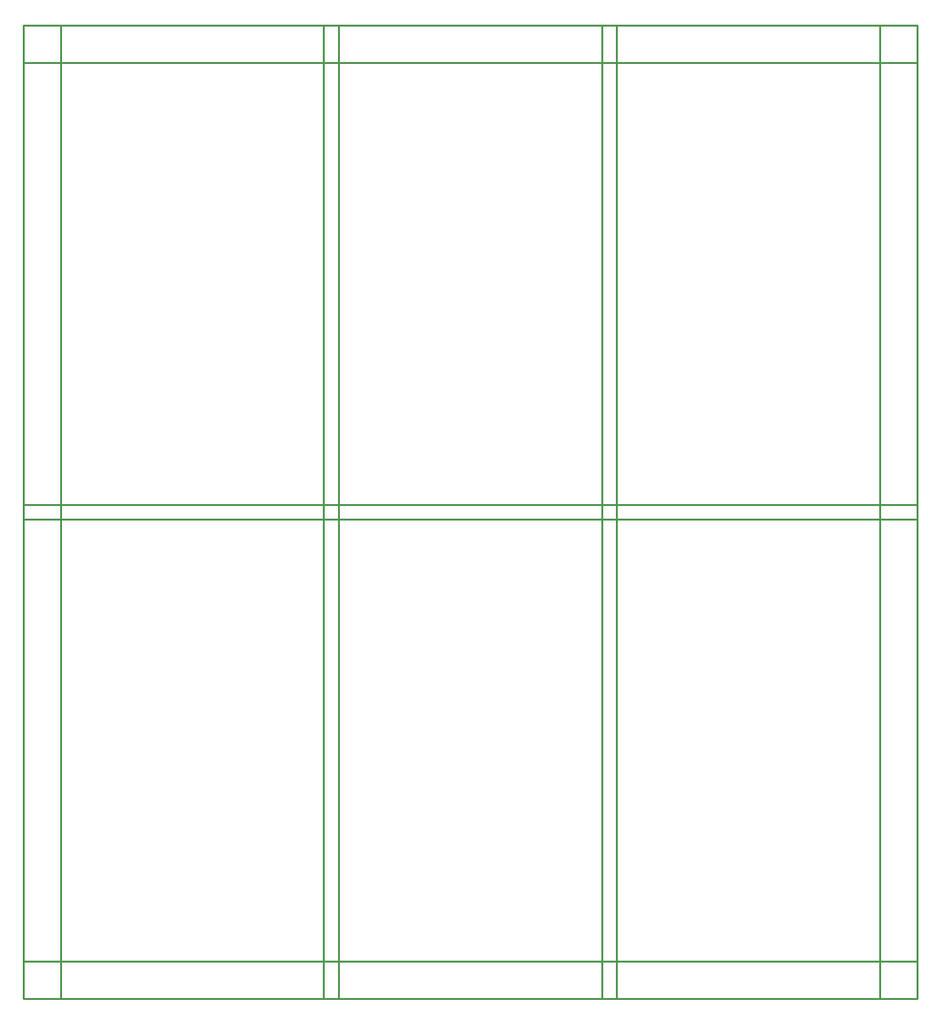
<source format=gbr>
G04 #@! TF.FileFunction,Profile,NP*
%FSLAX46Y46*%
G04 Gerber Fmt 4.6, Leading zero omitted, Abs format (unit mm)*
G04 Created by KiCad (PCBNEW 4.0.2+dfsg1-stable) date Mon 02 May 2016 01:19:17 PM EDT*
%MOMM*%
G01*
G04 APERTURE LIST*
%ADD10C,0.100000*%
%ADD11C,0.254000*%
G04 APERTURE END LIST*
D10*
D11*
X7700000Y-137810000D02*
X127237000Y-137810000D01*
X7700000Y-132810000D02*
X127237000Y-132810000D01*
X7700000Y-73755000D02*
X127237000Y-73755000D01*
X7700000Y-71755000D02*
X127237000Y-71755000D01*
X7700000Y-12700000D02*
X127237000Y-12700000D01*
X7700000Y-7700000D02*
X127237000Y-7700000D01*
X127237000Y-7700000D02*
X127237000Y-137810000D01*
X122237000Y-7700000D02*
X122237000Y-137810000D01*
X87058000Y-7700000D02*
X87058000Y-137810000D01*
X85058000Y-7700000D02*
X85058000Y-137810000D01*
X49879000Y-7700000D02*
X49879000Y-137810000D01*
X47879000Y-7700000D02*
X47879000Y-137810000D01*
X12700000Y-7700000D02*
X12700000Y-137810000D01*
X7700000Y-7700000D02*
X7700000Y-137810000D01*
M02*

</source>
